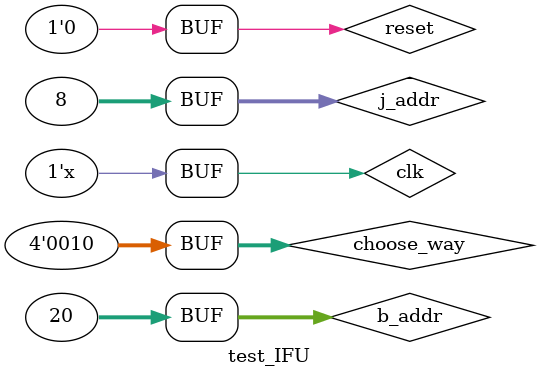
<source format=v>
`timescale 1ns / 1ps


module test_IFU;

	// Inputs
	reg [31:0] j_addr;
	reg [31:0] b_addr;
	reg [3:0] choose_way;
	reg clk;
	reg reset;

	// Outputs
	wire [31:0] nPC;
	wire [5:0] Function;
	wire [4:0] instr_zero;
	wire [4:0] rd;
	wire [4:0] rt;
	wire [4:0] rs_or_base;
	wire [5:0] special;
	wire [15:0] Immediate1;
	wire [25:0] Immediate2;

	// Instantiate the Unit Under Test (UUT)
	IFU uut (
		.j_addr(j_addr), 
		.b_addr(b_addr), 
		.choose_way(choose_way), 
		.clk(clk), 
		.reset(reset), 
		.nPC(nPC), 
		.Function(Function), 
		.instr_zero(instr_zero), 
		.rd(rd), 
		.rt(rt), 
		.rs_or_base(rs_or_base), 
		.special(special), 
		.Immediate1(Immediate1), 
		.Immediate2(Immediate2)
	);

	initial begin
		// Initialize Inputs
		j_addr = 0;
		b_addr = 0;
		choose_way = 0;
		clk = 0;
		reset = 0;

		// Wait 100 ns for global reset to finish
		#10;
      j_addr=8;
		b_addr=20;
		choose_way=0;
		#10;
		choose_way=1;
		#10;
		choose_way=2;
		
		// Add stimulus here

	end
    always #5 clk=~clk;  
endmodule


</source>
